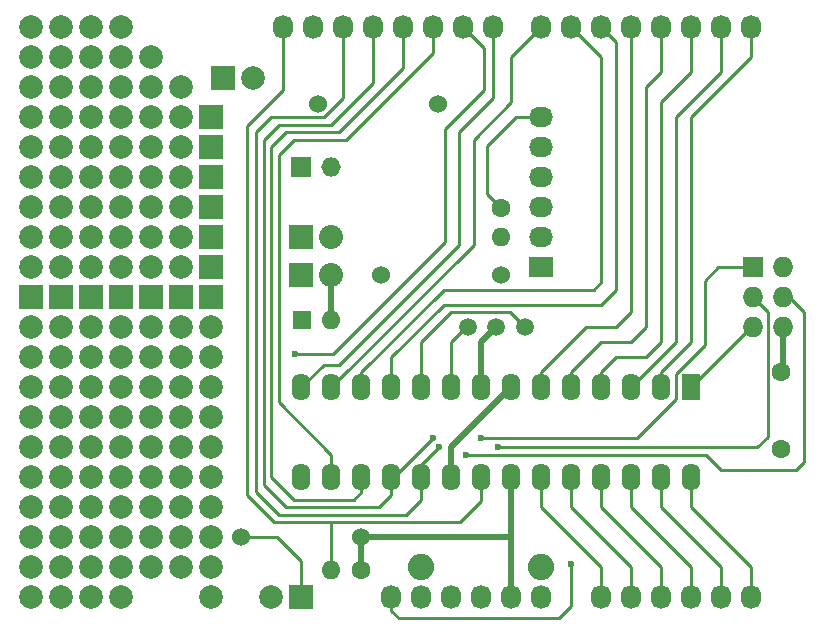
<source format=gtl>
G04 #@! TF.FileFunction,Copper,L1,Top,Signal*
%FSLAX46Y46*%
G04 Gerber Fmt 4.6, Leading zero omitted, Abs format (unit mm)*
G04 Created by KiCad (PCBNEW 4.0.3+e1-6302~38~ubuntu16.04.1-stable) date Sun Aug 28 00:05:30 2016*
%MOMM*%
%LPD*%
G01*
G04 APERTURE LIST*
%ADD10C,0.100000*%
%ADD11R,1.998980X1.998980*%
%ADD12C,1.998980*%
%ADD13O,1.600000X1.600000*%
%ADD14R,1.600000X1.600000*%
%ADD15O,1.651000X1.651000*%
%ADD16R,1.651000X1.651000*%
%ADD17C,1.600000*%
%ADD18R,2.000000X2.000000*%
%ADD19C,2.000000*%
%ADD20R,1.600000X2.300000*%
%ADD21O,1.600000X2.300000*%
%ADD22O,1.727200X2.032000*%
%ADD23R,2.032000X1.727200*%
%ADD24O,2.032000X1.727200*%
%ADD25O,2.235200X2.235200*%
%ADD26O,2.032000X2.032000*%
%ADD27R,2.032000X2.032000*%
%ADD28R,1.727200X1.727200*%
%ADD29O,1.727200X1.727200*%
%ADD30C,1.524000*%
%ADD31C,1.501140*%
%ADD32C,0.600000*%
%ADD33C,0.500000*%
%ADD34C,0.250000*%
G04 APERTURE END LIST*
D10*
D11*
X144780000Y-67310000D03*
X144780000Y-69850000D03*
X144780000Y-72390000D03*
X144780000Y-74930000D03*
X144780000Y-77470000D03*
X144780000Y-80010000D03*
D12*
X144780000Y-107950000D03*
X144780000Y-105410000D03*
X144780000Y-102870000D03*
X144780000Y-100330000D03*
X144780000Y-97790000D03*
X144780000Y-95250000D03*
X144780000Y-92710000D03*
X144780000Y-90170000D03*
X144780000Y-87630000D03*
D11*
X144780000Y-82550000D03*
X142240000Y-82550000D03*
X139700000Y-82550000D03*
X137160000Y-82550000D03*
X134620000Y-82550000D03*
X132080000Y-82550000D03*
D12*
X144780000Y-85090000D03*
X142240000Y-85090000D03*
X139700000Y-85090000D03*
X137160000Y-85090000D03*
X134620000Y-85090000D03*
X132080000Y-85090000D03*
X129540000Y-85090000D03*
D11*
X129540000Y-82550000D03*
D12*
X139700000Y-62230000D03*
X142240000Y-105410000D03*
X139700000Y-105410000D03*
X137160000Y-107950000D03*
X134620000Y-107950000D03*
X132080000Y-107950000D03*
X129540000Y-107950000D03*
X137160000Y-105410000D03*
X134620000Y-105410000D03*
X132080000Y-105410000D03*
X129540000Y-105410000D03*
X142240000Y-102870000D03*
X139700000Y-102870000D03*
X137160000Y-102870000D03*
X134620000Y-102870000D03*
X132080000Y-102870000D03*
X129540000Y-102870000D03*
X142240000Y-100330000D03*
X139700000Y-100330000D03*
X137160000Y-100330000D03*
X134620000Y-100330000D03*
X132080000Y-100330000D03*
X129540000Y-100330000D03*
X142240000Y-97790000D03*
X139700000Y-97790000D03*
X137160000Y-97790000D03*
X134620000Y-97790000D03*
X132080000Y-97790000D03*
X129540000Y-97790000D03*
X142240000Y-95250000D03*
X139700000Y-95250000D03*
X137160000Y-95250000D03*
X134620000Y-95250000D03*
X132080000Y-95250000D03*
X129540000Y-95250000D03*
X142240000Y-92710000D03*
X139700000Y-92710000D03*
X137160000Y-92710000D03*
X134620000Y-92710000D03*
X132080000Y-92710000D03*
X129540000Y-92710000D03*
X142240000Y-90170000D03*
X139700000Y-90170000D03*
X137160000Y-90170000D03*
X134620000Y-90170000D03*
X132080000Y-90170000D03*
X129540000Y-90170000D03*
X142240000Y-87630000D03*
X139700000Y-87630000D03*
X137160000Y-87630000D03*
X134620000Y-87630000D03*
X132080000Y-87630000D03*
X129540000Y-87630000D03*
X142240000Y-80010000D03*
X139700000Y-80010000D03*
X137160000Y-80010000D03*
X134620000Y-80010000D03*
X132080000Y-80010000D03*
X129540000Y-80010000D03*
X142240000Y-77470000D03*
X139700000Y-77470000D03*
X137160000Y-77470000D03*
X134620000Y-77470000D03*
X132080000Y-77470000D03*
X129540000Y-77470000D03*
X142240000Y-74930000D03*
X139700000Y-74930000D03*
X137160000Y-74930000D03*
X134620000Y-74930000D03*
X132080000Y-74930000D03*
X129540000Y-74930000D03*
X142240000Y-72390000D03*
X139700000Y-72390000D03*
X137160000Y-72390000D03*
X134620000Y-72390000D03*
X132080000Y-72390000D03*
X129540000Y-72390000D03*
X142240000Y-69850000D03*
X139700000Y-69850000D03*
X137160000Y-69850000D03*
X134620000Y-69850000D03*
X132080000Y-69850000D03*
X129540000Y-69850000D03*
X142240000Y-67310000D03*
X139700000Y-67310000D03*
X137160000Y-67310000D03*
X134620000Y-67310000D03*
X132080000Y-67310000D03*
X129540000Y-67310000D03*
X142240000Y-64770000D03*
X139700000Y-64770000D03*
X137160000Y-64770000D03*
X134620000Y-64770000D03*
X132080000Y-64770000D03*
X129540000Y-64770000D03*
X137160000Y-62230000D03*
X134620000Y-62230000D03*
X132080000Y-62230000D03*
X129540000Y-62230000D03*
X137160000Y-59690000D03*
X134620000Y-59690000D03*
X132080000Y-59690000D03*
D13*
X154940000Y-84455000D03*
D14*
X152440000Y-84455000D03*
D15*
X154940000Y-71501000D03*
D16*
X152400000Y-71501000D03*
D13*
X169291000Y-77470000D03*
D17*
X169291000Y-74970000D03*
D13*
X154940000Y-105664000D03*
D17*
X157440000Y-105664000D03*
D18*
X145796000Y-64008000D03*
D19*
X148336000Y-64008000D03*
D18*
X152400000Y-107950000D03*
D19*
X149860000Y-107950000D03*
D20*
X185420000Y-90170000D03*
D21*
X182880000Y-90170000D03*
X180340000Y-90170000D03*
X177800000Y-90170000D03*
X175260000Y-90170000D03*
X172720000Y-90170000D03*
X170180000Y-90170000D03*
X167640000Y-90170000D03*
X165100000Y-90170000D03*
X162560000Y-90170000D03*
X160020000Y-90170000D03*
X157480000Y-90170000D03*
X154940000Y-90170000D03*
X152400000Y-90170000D03*
X152400000Y-97790000D03*
X154940000Y-97790000D03*
X157480000Y-97790000D03*
X160020000Y-97790000D03*
X162560000Y-97790000D03*
X165100000Y-97790000D03*
X167640000Y-97790000D03*
X170180000Y-97790000D03*
X172720000Y-97790000D03*
X175260000Y-97790000D03*
X177800000Y-97790000D03*
X180340000Y-97790000D03*
X182880000Y-97790000D03*
X185420000Y-97790000D03*
D22*
X160020000Y-107950000D03*
X162560000Y-107950000D03*
X165100000Y-107950000D03*
X167640000Y-107950000D03*
X170180000Y-107950000D03*
X172720000Y-107950000D03*
X177800000Y-107950000D03*
X180340000Y-107950000D03*
X182880000Y-107950000D03*
X185420000Y-107950000D03*
X187960000Y-107950000D03*
X190500000Y-107950000D03*
D23*
X172720000Y-80010000D03*
D24*
X172720000Y-77470000D03*
X172720000Y-74930000D03*
X172720000Y-72390000D03*
X172720000Y-69850000D03*
X172720000Y-67310000D03*
D22*
X190500000Y-59690000D03*
X187960000Y-59690000D03*
X185420000Y-59690000D03*
X182880000Y-59690000D03*
X180340000Y-59690000D03*
X177800000Y-59690000D03*
X175260000Y-59690000D03*
X172720000Y-59690000D03*
X168656000Y-59690000D03*
X166116000Y-59690000D03*
X163576000Y-59690000D03*
X161036000Y-59690000D03*
X158496000Y-59690000D03*
X155956000Y-59690000D03*
X153416000Y-59690000D03*
X150876000Y-59690000D03*
D25*
X162560000Y-105410000D03*
X172720000Y-105410000D03*
D26*
X154940000Y-80645000D03*
D27*
X152400000Y-80645000D03*
D26*
X154940000Y-77470000D03*
D27*
X152400000Y-77470000D03*
D28*
X190627000Y-80010000D03*
D29*
X193167000Y-80010000D03*
X190627000Y-82550000D03*
X193167000Y-82550000D03*
X190627000Y-85090000D03*
X193167000Y-85090000D03*
D30*
X163957000Y-66167000D03*
X153797000Y-66167000D03*
X147320000Y-102870000D03*
X157480000Y-102870000D03*
X159131000Y-80645000D03*
X169291000Y-80645000D03*
D17*
X193040000Y-88900000D03*
X193040000Y-95400000D03*
D31*
X166469060Y-85090000D03*
X171350940Y-85090000D03*
X168910000Y-85090000D03*
D12*
X129540000Y-59690000D03*
D32*
X175260000Y-105156000D03*
X151892000Y-87376000D03*
X166370000Y-95885000D03*
X163576000Y-94488000D03*
X167640000Y-94488000D03*
X169037000Y-95250000D03*
X164084000Y-95250000D03*
D33*
X165100000Y-97790000D02*
X165100000Y-95250000D01*
X165100000Y-95250000D02*
X170180000Y-90170000D01*
X154940000Y-80645000D02*
X154940000Y-84455000D01*
X157480000Y-102870000D02*
X170180000Y-102870000D01*
X157480000Y-102870000D02*
X157480000Y-105624000D01*
X157480000Y-105624000D02*
X157440000Y-105664000D01*
X170180000Y-97790000D02*
X170180000Y-102870000D01*
X170180000Y-102870000D02*
X170180000Y-107950000D01*
X193167000Y-85090000D02*
X193167000Y-88773000D01*
X193167000Y-88773000D02*
X193040000Y-88900000D01*
X167640000Y-90170000D02*
X167640000Y-86360000D01*
X167640000Y-86360000D02*
X168910000Y-85090000D01*
D34*
X160020000Y-107950000D02*
X160020000Y-109093000D01*
X175260000Y-108712000D02*
X175260000Y-105156000D01*
X174244000Y-109728000D02*
X175260000Y-108712000D01*
X160655000Y-109728000D02*
X174244000Y-109728000D01*
X160020000Y-109093000D02*
X160655000Y-109728000D01*
X190627000Y-85090000D02*
X190500000Y-85090000D01*
X190500000Y-85090000D02*
X185420000Y-90170000D01*
X172720000Y-67310000D02*
X170561000Y-67310000D01*
X168148000Y-73827000D02*
X169291000Y-74970000D01*
X168148000Y-69723000D02*
X168148000Y-73827000D01*
X170561000Y-67310000D02*
X168148000Y-69723000D01*
X154940000Y-105664000D02*
X154940000Y-101600000D01*
X167640000Y-97790000D02*
X167640000Y-99822000D01*
X150876000Y-65024000D02*
X150876000Y-59690000D01*
X147828000Y-68072000D02*
X150876000Y-65024000D01*
X147828000Y-99314000D02*
X147828000Y-68072000D01*
X150114000Y-101600000D02*
X147828000Y-99314000D01*
X165862000Y-101600000D02*
X154940000Y-101600000D01*
X154940000Y-101600000D02*
X150114000Y-101600000D01*
X167640000Y-99822000D02*
X165862000Y-101600000D01*
X152400000Y-107950000D02*
X152400000Y-104902000D01*
X150368000Y-102870000D02*
X147320000Y-102870000D01*
X152400000Y-104902000D02*
X150368000Y-102870000D01*
X182880000Y-90170000D02*
X182880000Y-88900000D01*
X190500000Y-62230000D02*
X190500000Y-59690000D01*
X185420000Y-67310000D02*
X190500000Y-62230000D01*
X185420000Y-86360000D02*
X185420000Y-67310000D01*
X182880000Y-88900000D02*
X185420000Y-86360000D01*
X180340000Y-90170000D02*
X184150000Y-86360000D01*
X187960000Y-63500000D02*
X187960000Y-59690000D01*
X184150000Y-67310000D02*
X187960000Y-63500000D01*
X184150000Y-86360000D02*
X184150000Y-67310000D01*
X177800000Y-90170000D02*
X177800000Y-88900000D01*
X185420000Y-63500000D02*
X185420000Y-59690000D01*
X182880000Y-66040000D02*
X185420000Y-63500000D01*
X182880000Y-86360000D02*
X182880000Y-66040000D01*
X181610000Y-87630000D02*
X182880000Y-86360000D01*
X179070000Y-87630000D02*
X181610000Y-87630000D01*
X177800000Y-88900000D02*
X179070000Y-87630000D01*
X175260000Y-90170000D02*
X175260000Y-88900000D01*
X182880000Y-63500000D02*
X182880000Y-59690000D01*
X181610000Y-64770000D02*
X182880000Y-63500000D01*
X181610000Y-85090000D02*
X181610000Y-64770000D01*
X180340000Y-86360000D02*
X181610000Y-85090000D01*
X177800000Y-86360000D02*
X180340000Y-86360000D01*
X175260000Y-88900000D02*
X177800000Y-86360000D01*
X172720000Y-90170000D02*
X172720000Y-88900000D01*
X180340000Y-83820000D02*
X180340000Y-59690000D01*
X179070000Y-85090000D02*
X180340000Y-83820000D01*
X176530000Y-85090000D02*
X179070000Y-85090000D01*
X172720000Y-88900000D02*
X176530000Y-85090000D01*
X165100000Y-90170000D02*
X165100000Y-86360000D01*
X165100000Y-86360000D02*
X166370000Y-85090000D01*
X166370000Y-85090000D02*
X166469060Y-85090000D01*
X162560000Y-90170000D02*
X162560000Y-86360000D01*
X170080940Y-83820000D02*
X171350940Y-85090000D01*
X165100000Y-83820000D02*
X170080940Y-83820000D01*
X162560000Y-86360000D02*
X165100000Y-83820000D01*
X160020000Y-90170000D02*
X160020000Y-87630000D01*
X179070000Y-60960000D02*
X177800000Y-59690000D01*
X179070000Y-81915000D02*
X179070000Y-60960000D01*
X177800000Y-83185000D02*
X179070000Y-81915000D01*
X164465000Y-83185000D02*
X177800000Y-83185000D01*
X160020000Y-87630000D02*
X164465000Y-83185000D01*
X157480000Y-90170000D02*
X157480000Y-88900000D01*
X177800000Y-62230000D02*
X175260000Y-59690000D01*
X177800000Y-81280000D02*
X177800000Y-62230000D01*
X177165000Y-81915000D02*
X177800000Y-81280000D01*
X164465000Y-81915000D02*
X177165000Y-81915000D01*
X157480000Y-88900000D02*
X164465000Y-81915000D01*
X154940000Y-90170000D02*
X167005000Y-78105000D01*
X170180000Y-62230000D02*
X172720000Y-59690000D01*
X170180000Y-66040000D02*
X170180000Y-62230000D01*
X167005000Y-69215000D02*
X170180000Y-66040000D01*
X167005000Y-78105000D02*
X167005000Y-69215000D01*
X152400000Y-90170000D02*
X154305000Y-88265000D01*
X168656000Y-65659000D02*
X168656000Y-59690000D01*
X165735000Y-68580000D02*
X168656000Y-65659000D01*
X165735000Y-78105000D02*
X165735000Y-68580000D01*
X155575000Y-88265000D02*
X165735000Y-78105000D01*
X154305000Y-88265000D02*
X155575000Y-88265000D01*
X167894000Y-61468000D02*
X166116000Y-59690000D01*
X167894000Y-65024000D02*
X167894000Y-61468000D01*
X164592000Y-68326000D02*
X167894000Y-65024000D01*
X164592000Y-77851000D02*
X164592000Y-68326000D01*
X155067000Y-87376000D02*
X164592000Y-77851000D01*
X151892000Y-87376000D02*
X155067000Y-87376000D01*
X154940000Y-97790000D02*
X154940000Y-95885000D01*
X163576000Y-61849000D02*
X163576000Y-59690000D01*
X156210000Y-69215000D02*
X163576000Y-61849000D01*
X151765000Y-69215000D02*
X156210000Y-69215000D01*
X150495000Y-70485000D02*
X151765000Y-69215000D01*
X150495000Y-91440000D02*
X150495000Y-70485000D01*
X154940000Y-95885000D02*
X150495000Y-91440000D01*
X186690000Y-95885000D02*
X166370000Y-95885000D01*
X187960000Y-97155000D02*
X186690000Y-95885000D01*
X194310000Y-97155000D02*
X187960000Y-97155000D01*
X194945000Y-96520000D02*
X194310000Y-97155000D01*
X194945000Y-83820000D02*
X194945000Y-96520000D01*
X193675000Y-82550000D02*
X194945000Y-83820000D01*
X193167000Y-82550000D02*
X193675000Y-82550000D01*
X157480000Y-97790000D02*
X157480000Y-99060000D01*
X157480000Y-99060000D02*
X156845000Y-99695000D01*
X156845000Y-99695000D02*
X151765000Y-99695000D01*
X151765000Y-99695000D02*
X149860000Y-97790000D01*
X149860000Y-97790000D02*
X149860000Y-69850000D01*
X149860000Y-69850000D02*
X151130000Y-68580000D01*
X151130000Y-68580000D02*
X155575000Y-68580000D01*
X155575000Y-68580000D02*
X161036000Y-63119000D01*
X161036000Y-63119000D02*
X161036000Y-59690000D01*
X190627000Y-80010000D02*
X187706000Y-80010000D01*
X163576000Y-94488000D02*
X160274000Y-97790000D01*
X180848000Y-94488000D02*
X167640000Y-94488000D01*
X184150000Y-91186000D02*
X180848000Y-94488000D01*
X184150000Y-89027000D02*
X184150000Y-91186000D01*
X186563000Y-86614000D02*
X184150000Y-89027000D01*
X186563000Y-81153000D02*
X186563000Y-86614000D01*
X187706000Y-80010000D02*
X186563000Y-81153000D01*
X160274000Y-97790000D02*
X160020000Y-97790000D01*
X160020000Y-97790000D02*
X160020000Y-99244998D01*
X158496000Y-64389000D02*
X158496000Y-59690000D01*
X154940000Y-67945000D02*
X158496000Y-64389000D01*
X150495000Y-67945000D02*
X154940000Y-67945000D01*
X149225000Y-69215000D02*
X150495000Y-67945000D01*
X149225000Y-98425000D02*
X149225000Y-69215000D01*
X151130000Y-100330000D02*
X149225000Y-98425000D01*
X158934998Y-100330000D02*
X151130000Y-100330000D01*
X160020000Y-99244998D02*
X158934998Y-100330000D01*
X162560000Y-97790000D02*
X162560000Y-96774000D01*
X162560000Y-96774000D02*
X164084000Y-95250000D01*
X190627000Y-82550000D02*
X191897000Y-83820000D01*
X191008000Y-95250000D02*
X169037000Y-95250000D01*
X191897000Y-94361000D02*
X191008000Y-95250000D01*
X191897000Y-83820000D02*
X191897000Y-94361000D01*
X155956000Y-59690000D02*
X155956000Y-65659000D01*
X162560000Y-99695000D02*
X161290000Y-100965000D01*
X162560000Y-99695000D02*
X162560000Y-97790000D01*
X161290000Y-100965000D02*
X150495000Y-100965000D01*
X150495000Y-100965000D02*
X148590000Y-99060000D01*
X148590000Y-99060000D02*
X148590000Y-68580000D01*
X148590000Y-68580000D02*
X149860000Y-67310000D01*
X149860000Y-67310000D02*
X154305000Y-67310000D01*
X155956000Y-65659000D02*
X154305000Y-67310000D01*
X172720000Y-97790000D02*
X172720000Y-100330000D01*
X177800000Y-105410000D02*
X177800000Y-107950000D01*
X172720000Y-100330000D02*
X177800000Y-105410000D01*
X175260000Y-97790000D02*
X175260000Y-100330000D01*
X180340000Y-105410000D02*
X180340000Y-107950000D01*
X175260000Y-100330000D02*
X180340000Y-105410000D01*
X177800000Y-97790000D02*
X177800000Y-100330000D01*
X182880000Y-105410000D02*
X182880000Y-107950000D01*
X177800000Y-100330000D02*
X182880000Y-105410000D01*
X180340000Y-97790000D02*
X180340000Y-100330000D01*
X185420000Y-105410000D02*
X185420000Y-107950000D01*
X180340000Y-100330000D02*
X185420000Y-105410000D01*
X182880000Y-97790000D02*
X182880000Y-100330000D01*
X187960000Y-105410000D02*
X187960000Y-107950000D01*
X182880000Y-100330000D02*
X187960000Y-105410000D01*
X185420000Y-97790000D02*
X185420000Y-100330000D01*
X190500000Y-105410000D02*
X190500000Y-107950000D01*
X185420000Y-100330000D02*
X190500000Y-105410000D01*
M02*

</source>
